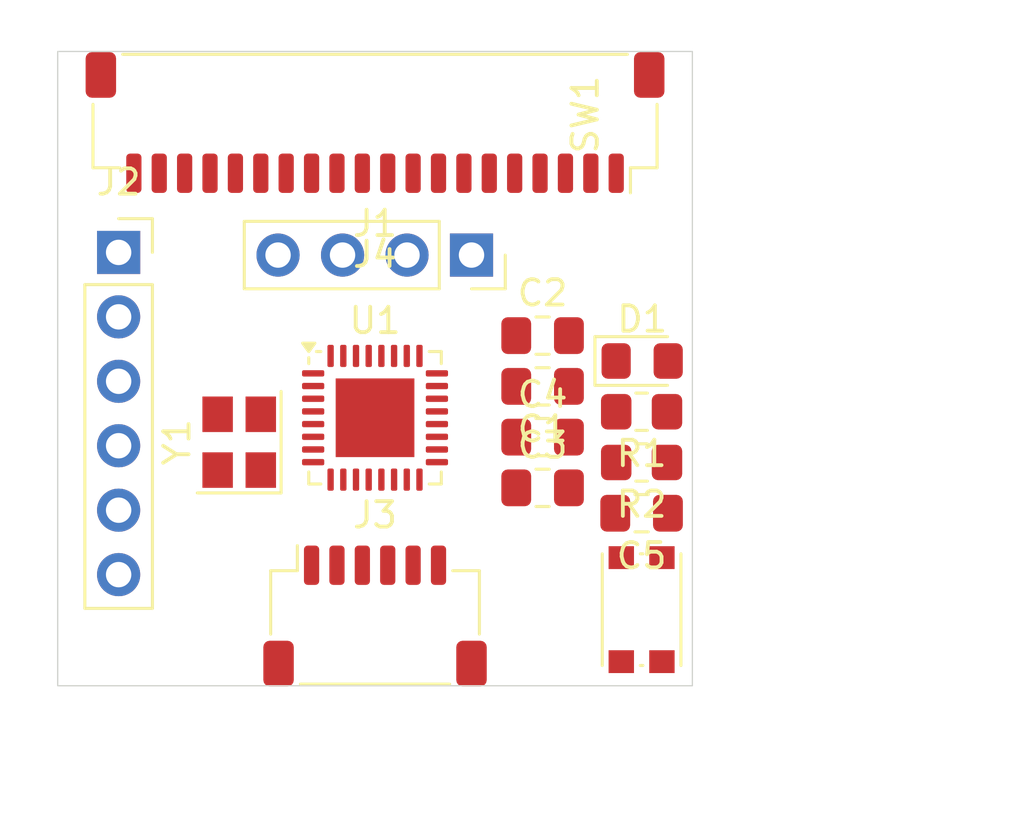
<source format=kicad_pcb>
(kicad_pcb (version 20240108) (generator "pcbnew") (generator_version "8.0")
  (layers (0 "F.Cu" signal) (31 "B.Cu" signal) (34 "B.Paste" user) (35 "F.Paste" user) (36 "B.SilkS" user "B.Silkscreen") (37 "F.SilkS" user "F.Silkscreen") (38 "B.Mask" user) (39 "F.Mask" user) (44 "Edge.Cuts" user))
  (net 0 "")
  (net 1 "GND")
  (net 2 "Net-(U1-XTAL1{slash}PB6)")
  (net 3 "Net-(U1-XTAL2{slash}PB7)")
  (net 4 "DTR")
  (net 5 "/RESET")
  (net 6 "Net-(U1-AREF)")
  (net 7 "Net-(D1-A)")
  (net 8 "VCC")
  (net 9 "SCK")
  (net 10 "SCL")
  (net 11 "TXO")
  (net 12 "MOSI")
  (net 13 "D8")
  (net 14 "RXI")
  (net 15 "A3")
  (net 16 "MISO")
  (net 17 "A2")
  (net 18 "A0")
  (net 19 "D10")
  (net 20 "D5")
  (net 21 "D2")
  (net 22 "D6")
  (net 23 "A1")
  (net 24 "A6")
  (net 25 "D4")
  (net 26 "D7")
  (net 27 "SDA")
  (net 28 "D3")
  (net 29 "D9")
  (net 30 "A7")
  (footprint "Connector_JST:JST_SH_SM06B-SRSS-TB_1x06-1MP_P1.00mm_Horizontal" (layer "F.Cu") (at 170 102.25)
    (property "Reference" "J3" (at 0 -3.98 0) (layer "F.SilkS"))
    (property "Value" "PWM CHANNELS")
    (fp_line (start -4.11 -1.785) (end -3.06 -1.785) (stroke (width 0.12)) (layer "F.SilkS"))
    (fp_line (start -4.11 0.715) (end -4.11 -1.785) (stroke (width 0.12)) (layer "F.SilkS"))
    (fp_line (start -3.06 -1.785) (end -3.06 -2.775) (stroke (width 0.12)) (layer "F.SilkS"))
    (fp_line (start -2.94 2.685) (end 2.94 2.685) (stroke (width 0.12)) (layer "F.SilkS"))
    (fp_line (start 4.11 -1.785) (end 3.06 -1.785) (stroke (width 0.12)) (layer "F.SilkS"))
    (fp_line (start 4.11 0.715) (end 4.11 -1.785) (stroke (width 0.12)) (layer "F.SilkS"))
    (pad "1" smd roundrect (at -2.5 -2) (size 0.6 1.55) (layers "F.Cu" "F.Paste" "F.Mask") (net 19 "D10"))
    (pad "2" smd roundrect (at -1.5 -2) (size 0.6 1.55) (layers "F.Cu" "F.Paste" "F.Mask") (net 29 "D9"))
    (pad "3" smd roundrect (at -0.5 -2) (size 0.6 1.55) (layers "F.Cu" "F.Paste" "F.Mask") (net 22 "D6"))
    (pad "4" smd roundrect (at 0.5 -2) (size 0.6 1.55) (layers "F.Cu" "F.Paste" "F.Mask") (net 20 "D5"))
    (pad "5" smd roundrect (at 1.5 -2) (size 0.6 1.55) (layers "F.Cu" "F.Paste" "F.Mask") (net 12 "MOSI"))
    (pad "6" smd roundrect (at 2.5 -2) (size 0.6 1.55) (layers "F.Cu" "F.Paste" "F.Mask") (net 28 "D3"))
    (pad "MP" smd roundrect (at -3.8 1.875) (size 1.2 1.8) (layers "F.Cu" "F.Paste" "F.Mask") (roundrect_rratio 0.208333))
    (pad "MP" smd roundrect (at 3.8 1.875) (size 1.2 1.8) (layers "F.Cu" "F.Paste" "F.Mask") (roundrect_rratio 0.208333))
  )
  (footprint "Resistor_SMD:R_0805_2012Metric_Pad1.20x1.40mm_HandSolder" (layer "F.Cu") (at 180.5 96.2 180)
    (property "Reference" "R2" (at 0 -1.65 360) (layer "F.SilkS"))
    (property "Value" "R")
    (fp_line (start -0.227064 0.735) (end 0.227064 0.735) (stroke (width 0.12)) (layer "F.SilkS"))
    (fp_line (start -0.227064 -0.735) (end 0.227064 -0.735) (stroke (width 0.12)) (layer "F.SilkS"))
    (pad "1" smd roundrect (at -1 0 180) (size 1.2 1.4) (layers "F.Cu" "F.Paste" "F.Mask") (roundrect_rratio 0.208333) (net 8 "VCC"))
    (pad "2" smd roundrect (at 1 0 180) (size 1.2 1.4) (layers "F.Cu" "F.Paste" "F.Mask") (roundrect_rratio 0.208333) (net 5 "/RESET"))
  )
  (footprint "LED_SMD:LED_0805_2012Metric_Pad1.15x1.40mm_HandSolder" (layer "F.Cu") (at 180.5225 92.2)
    (property "Reference" "D1" (at 0 -1.65 360) (layer "F.SilkS"))
    (property "Value" "LED")
    (fp_line (start -1.86 -0.96) (end -1.86 0.96) (stroke (width 0.12)) (layer "F.SilkS"))
    (fp_line (start -1.86 0.96) (end 1 0.96) (stroke (width 0.12)) (layer "F.SilkS"))
    (fp_line (start 1 -0.96) (end -1.86 -0.96) (stroke (width 0.12)) (layer "F.SilkS"))
    (pad "1" smd roundrect (at -1.025 0) (size 1.15 1.4) (layers "F.Cu" "F.Paste" "F.Mask") (roundrect_rratio 0.217391) (net 1 "GND"))
    (pad "2" smd roundrect (at 1.025 0) (size 1.15 1.4) (layers "F.Cu" "F.Paste" "F.Mask") (roundrect_rratio 0.217391) (net 7 "Net-(D1-A)"))
  )
  (footprint "Connector_JST2:JST_SH_SM20B-SRSS-TB_1x20-1MP_P1.00mm_Horizontal" (layer "F.Cu") (at 170 82.8 180)
    (property "Reference" "J1" (at 0 -3.98 0) (layer "F.SilkS"))
    (property "Value" "Conn_01x20_Socket")
    (fp_line (start 11.11 0.715) (end 11.11 -1.785) (stroke (width 0.12)) (layer "F.SilkS"))
    (fp_line (start 11.11 -1.785) (end 10.06 -1.785) (stroke (width 0.12)) (layer "F.SilkS"))
    (fp_line (start -9.94 2.685) (end 9.94 2.685) (stroke (width 0.12)) (layer "F.SilkS"))
    (fp_line (start -10.06 -1.785) (end -10.06 -2.775) (stroke (width 0.12)) (layer "F.SilkS"))
    (fp_line (start -11.11 0.715) (end -11.11 -1.785) (stroke (width 0.12)) (layer "F.SilkS"))
    (fp_line (start -11.11 -1.785) (end -10.06 -1.785) (stroke (width 0.12)) (layer "F.SilkS"))
    (pad "1" smd roundrect (at -9.5 -2 180) (size 0.6 1.55) (layers "F.Cu" "F.Paste" "F.Mask") (net 30 "A7"))
    (pad "2" smd roundrect (at -8.5 -2 180) (size 0.6 1.55) (layers "F.Cu" "F.Paste" "F.Mask") (net 24 "A6"))
    (pad "3" smd roundrect (at -7.5 -2 180) (size 0.6 1.55) (layers "F.Cu" "F.Paste" "F.Mask") (net 10 "SCL"))
    (pad "4" smd roundrect (at -6.5 -2 180) (size 0.6 1.55) (layers "F.Cu" "F.Paste" "F.Mask") (net 27 "SDA"))
    (pad "5" smd roundrect (at -5.5 -2 180) (size 0.6 1.55) (layers "F.Cu" "F.Paste" "F.Mask") (net 15 "A3"))
    (pad "6" smd roundrect (at -4.5 -2 180) (size 0.6 1.55) (layers "F.Cu" "F.Paste" "F.Mask") (net 17 "A2"))
    (pad "7" smd roundrect (at -3.5 -2 180) (size 0.6 1.55) (layers "F.Cu" "F.Paste" "F.Mask") (net 23 "A1"))
    (pad "8" smd roundrect (at -2.5 -2 180) (size 0.6 1.55) (layers "F.Cu" "F.Paste" "F.Mask") (net 18 "A0"))
    (pad "9" smd roundrect (at -1.5 -2 180) (size 0.6 1.55) (layers "F.Cu" "F.Paste" "F.Mask") (net 12 "MOSI"))
    (pad "10" smd roundrect (at -0.5 -2 180) (size 0.6 1.55) (layers "F.Cu" "F.Paste" "F.Mask") (net 19 "D10"))
    (pad "11" smd roundrect (at 0.5 -2 180) (size 0.6 1.55) (layers "F.Cu" "F.Paste" "F.Mask") (net 29 "D9"))
    (pad "12" smd roundrect (at 1.5 -2 180) (size 0.6 1.55) (layers "F.Cu" "F.Paste" "F.Mask") (net 13 "D8"))
    (pad "13" smd roundrect (at 2.5 -2 180) (size 0.6 1.55) (layers "F.Cu" "F.Paste" "F.Mask") (net 26 "D7"))
    (pad "14" smd roundrect (at 3.5 -2 180) (size 0.6 1.55) (layers "F.Cu" "F.Paste" "F.Mask") (net 22 "D6"))
    (pad "15" smd roundrect (at 4.5 -2 180) (size 0.6 1.55) (layers "F.Cu" "F.Paste" "F.Mask") (net 20 "D5"))
    (pad "16" smd roundrect (at 5.5 -2 180) (size 0.6 1.55) (layers "F.Cu" "F.Paste" "F.Mask") (net 25 "D4"))
    (pad "17" smd roundrect (at 6.5 -2 180) (size 0.6 1.55) (layers "F.Cu" "F.Paste" "F.Mask") (net 28 "D3"))
    (pad "18" smd roundrect (at 7.5 -2 180) (size 0.6 1.55) (layers "F.Cu" "F.Paste" "F.Mask") (net 21 "D2"))
    (pad "19" smd roundrect (at 8.5 -2 180) (size 0.6 1.55) (layers "F.Cu" "F.Paste" "F.Mask") (net 11 "TXO"))
    (pad "20" smd roundrect (at 9.5 -2 180) (size 0.6 1.55) (layers "F.Cu" "F.Paste" "F.Mask") (net 14 "RXI"))
    (pad "MP" smd roundrect (at -10.8 1.875 180) (size 1.2 1.8) (layers "F.Cu" "F.Paste" "F.Mask") (roundrect_rratio 0.208333))
    (pad "MP" smd roundrect (at 10.8 1.875 180) (size 1.2 1.8) (layers "F.Cu" "F.Paste" "F.Mask") (roundrect_rratio 0.208333))
  )
  (footprint "Connector_PinSocket_2.54mm:PinSocket_1x04_P2.54mm_Vertical" (layer "F.Cu") (at 173.8 88.025 -90)
    (property "Reference" "J4" (at -0.025 3.8 180) (layer "F.SilkS"))
    (property "Value" "OLED SCREEN")
    (fp_line (start -1.33 8.95) (end 1.33 8.95) (stroke (width 0.12)) (layer "F.SilkS"))
    (fp_line (start -1.33 1.27) (end -1.33 8.95) (stroke (width 0.12)) (layer "F.SilkS"))
    (fp_line (start -1.33 1.27) (end 1.33 1.27) (stroke (width 0.12)) (layer "F.SilkS"))
    (fp_line (start 1.33 1.27) (end 1.33 8.95) (stroke (width 0.12)) (layer "F.SilkS"))
    (fp_line (start 0 -1.33) (end 1.33 -1.33) (stroke (width 0.12)) (layer "F.SilkS"))
    (fp_line (start 1.33 -1.33) (end 1.33 0) (stroke (width 0.12)) (layer "F.SilkS"))
    (pad "1" thru_hole rect (at 0 0 270) (size 1.7 1.7) (drill 1) (layers "*.Cu" "*.Mask") (net 27 "SDA"))
    (pad "2" thru_hole oval (at 0 2.54 270) (size 1.7 1.7) (drill 1) (layers "*.Cu" "*.Mask") (net 10 "SCL"))
    (pad "3" thru_hole oval (at 0 5.08 270) (size 1.7 1.7) (drill 1) (layers "*.Cu" "*.Mask") (net 8 "VCC"))
    (pad "4" thru_hole oval (at 0 7.62 270) (size 1.7 1.7) (drill 1) (layers "*.Cu" "*.Mask") (net 1 "GND"))
  )
  (footprint "Capacitor_SMD:C_0805_2012Metric_Pad1.18x1.45mm_HandSolder" (layer "F.Cu") (at 176.6 93.2 180)
    (property "Reference" "C1" (at 0 -1.68 360) (layer "F.SilkS"))
    (property "Value" "C")
    (fp_line (start -0.261252 0.735) (end 0.261252 0.735) (stroke (width 0.12)) (layer "F.SilkS"))
    (fp_line (start -0.261252 -0.735) (end 0.261252 -0.735) (stroke (width 0.12)) (layer "F.SilkS"))
    (pad "1" smd roundrect (at -1.0375 0 180) (size 1.175 1.45) (layers "F.Cu" "F.Paste" "F.Mask") (roundrect_rratio 0.212766) (net 1 "GND"))
    (pad "2" smd roundrect (at 1.0375 0 180) (size 1.175 1.45) (layers "F.Cu" "F.Paste" "F.Mask") (roundrect_rratio 0.212766) (net 6 "Net-(U1-AREF)"))
  )
  (footprint "Capacitor_SMD:C_0805_2012Metric_Pad1.18x1.45mm_HandSolder" (layer "F.Cu") (at 176.6 91.2)
    (property "Reference" "C2" (at 0 -1.68 0) (layer "F.SilkS"))
    (property "Value" "C")
    (fp_line (start -0.261252 -0.735) (end 0.261252 -0.735) (stroke (width 0.12)) (layer "F.SilkS"))
    (fp_line (start -0.261252 0.735) (end 0.261252 0.735) (stroke (width 0.12)) (layer "F.SilkS"))
    (pad "1" smd roundrect (at -1.0375 0) (size 1.175 1.45) (layers "F.Cu" "F.Paste" "F.Mask") (roundrect_rratio 0.212766) (net 5 "/RESET"))
    (pad "2" smd roundrect (at 1.0375 0) (size 1.175 1.45) (layers "F.Cu" "F.Paste" "F.Mask") (roundrect_rratio 0.212766) (net 4 "DTR"))
  )
  (footprint "Connector_PinSocket_2.54mm:PinSocket_1x06_P2.54mm_Vertical" (layer "F.Cu") (at 159.9 87.92)
    (property "Reference" "J2" (at 0 -2.77 0) (layer "F.SilkS"))
    (property "Value" "Programmer")
    (fp_line (start -1.33 1.27) (end -1.33 14.03) (stroke (width 0.12)) (layer "F.SilkS"))
    (fp_line (start -1.33 1.27) (end 1.33 1.27) (stroke (width 0.12)) (layer "F.SilkS"))
    (fp_line (start -1.33 14.03) (end 1.33 14.03) (stroke (width 0.12)) (layer "F.SilkS"))
    (fp_line (start 0 -1.33) (end 1.33 -1.33) (stroke (width 0.12)) (layer "F.SilkS"))
    (fp_line (start 1.33 -1.33) (end 1.33 0) (stroke (width 0.12)) (layer "F.SilkS"))
    (fp_line (start 1.33 1.27) (end 1.33 14.03) (stroke (width 0.12)) (layer "F.SilkS"))
    (pad "1" thru_hole rect (at 0 0) (size 1.7 1.7) (drill 1) (layers "*.Cu" "*.Mask") (net 4 "DTR"))
    (pad "2" thru_hole oval (at 0 2.54) (size 1.7 1.7) (drill 1) (layers "*.Cu" "*.Mask") (net 11 "TXO"))
    (pad "3" thru_hole oval (at 0 5.08) (size 1.7 1.7) (drill 1) (layers "*.Cu" "*.Mask") (net 14 "RXI"))
    (pad "4" thru_hole oval (at 0 7.62) (size 1.7 1.7) (drill 1) (layers "*.Cu" "*.Mask") (net 8 "VCC"))
    (pad "5" thru_hole oval (at 0 10.16) (size 1.7 1.7) (drill 1) (layers "*.Cu" "*.Mask") (net 1 "GND"))
    (pad "6" thru_hole oval (at 0 12.7) (size 1.7 1.7) (drill 1) (layers "*.Cu" "*.Mask") (net 1 "GND"))
  )
  (footprint "Capacitor_SMD:C_0805_2012Metric_Pad1.18x1.45mm_HandSolder" (layer "F.Cu") (at 176.6 97.2)
    (property "Reference" "C3" (at 0 -1.68 0) (layer "F.SilkS"))
    (property "Value" "C")
    (fp_line (start -0.261252 -0.735) (end 0.261252 -0.735) (stroke (width 0.12)) (layer "F.SilkS"))
    (fp_line (start -0.261252 0.735) (end 0.261252 0.735) (stroke (width 0.12)) (layer "F.SilkS"))
    (pad "1" smd roundrect (at -1.0375 0) (size 1.175 1.45) (layers "F.Cu" "F.Paste" "F.Mask") (roundrect_rratio 0.212766) (net 2 "Net-(U1-XTAL1{slash}PB6)"))
    (pad "2" smd roundrect (at 1.0375 0) (size 1.175 1.45) (layers "F.Cu" "F.Paste" "F.Mask") (roundrect_rratio 0.212766) (net 1 "GND"))
  )
  (footprint "Package_DFN_QFN:QFN-32-1EP_5x5mm_P0.5mm_EP3.1x3.1mm" (layer "F.Cu") (at 170 94.4375)
    (property "Reference" "U1" (at 0 -3.83 0) (layer "F.SilkS"))
    (property "Value" "ATmega328P-M")
    (fp_line (start -2.61 -2.135) (end -2.61 -2.37) (stroke (width 0.12)) (layer "F.SilkS"))
    (fp_line (start -2.61 2.61) (end -2.61 2.135) (stroke (width 0.12)) (layer "F.SilkS"))
    (fp_line (start -2.135 -2.61) (end -2.31 -2.61) (stroke (width 0.12)) (layer "F.SilkS"))
    (fp_line (start -2.135 2.61) (end -2.61 2.61) (stroke (width 0.12)) (layer "F.SilkS"))
    (fp_line (start 2.135 -2.61) (end 2.61 -2.61) (stroke (width 0.12)) (layer "F.SilkS"))
    (fp_line (start 2.135 2.61) (end 2.61 2.61) (stroke (width 0.12)) (layer "F.SilkS"))
    (fp_line (start 2.61 -2.61) (end 2.61 -2.135) (stroke (width 0.12)) (layer "F.SilkS"))
    (fp_line (start 2.61 2.61) (end 2.61 2.135) (stroke (width 0.12)) (layer "F.SilkS"))
    (fp_poly (pts (xy -2.61 -2.61) (xy -2.85 -2.94) (xy -2.37 -2.94) (xy -2.61 -2.61)) (stroke (width 0.12)) (fill solid) (layer "F.SilkS"))
    (pad "1" smd roundrect (at -2.4375 -1.75) (size 0.875 0.25) (layers "F.Cu" "F.Paste" "F.Mask") (net 28 "D3"))
    (pad "2" smd roundrect (at -2.4375 -1.25) (size 0.875 0.25) (layers "F.Cu" "F.Paste" "F.Mask") (net 25 "D4"))
    (pad "3" smd roundrect (at -2.4375 -0.75) (size 0.875 0.25) (layers "F.Cu" "F.Paste" "F.Mask") (net 1 "GND"))
    (pad "4" smd roundrect (at -2.4375 -0.25) (size 0.875 0.25) (layers "F.Cu" "F.Paste" "F.Mask") (net 8 "VCC"))
    (pad "5" smd roundrect (at -2.4375 0.25) (size 0.875 0.25) (layers "F.Cu" "F.Paste" "F.Mask") (net 1 "GND"))
    (pad "6" smd roundrect (at -2.4375 0.75) (size 0.875 0.25) (layers "F.Cu" "F.Paste" "F.Mask") (net 8 "VCC"))
    (pad "7" smd roundrect (at -2.4375 1.25) (size 0.875 0.25) (layers "F.Cu" "F.Paste" "F.Mask") (net 2 "Net-(U1-XTAL1{slash}PB6)"))
    (pad "8" smd roundrect (at -2.4375 1.75) (size 0.875 0.25) (layers "F.Cu" "F.Paste" "F.Mask") (net 3 "Net-(U1-XTAL2{slash}PB7)"))
    (pad "9" smd roundrect (at -1.75 2.4375) (size 0.25 0.875) (layers "F.Cu" "F.Paste" "F.Mask") (net 20 "D5"))
    (pad "10" smd roundrect (at -1.25 2.4375) (size 0.25 0.875) (layers "F.Cu" "F.Paste" "F.Mask") (net 22 "D6"))
    (pad "11" smd roundrect (at -0.75 2.4375) (size 0.25 0.875) (layers "F.Cu" "F.Paste" "F.Mask") (net 26 "D7"))
    (pad "12" smd roundrect (at -0.25 2.4375) (size 0.25 0.875) (layers "F.Cu" "F.Paste" "F.Mask") (net 13 "D8"))
    (pad "13" smd roundrect (at 0.25 2.4375) (size 0.25 0.875) (layers "F.Cu" "F.Paste" "F.Mask") (net 29 "D9"))
    (pad "14" smd roundrect (at 0.75 2.4375) (size 0.25 0.875) (layers "F.Cu" "F.Paste" "F.Mask") (net 19 "D10"))
    (pad "15" smd roundrect (at 1.25 2.4375) (size 0.25 0.875) (layers "F.Cu" "F.Paste" "F.Mask") (net 12 "MOSI"))
    (pad "16" smd roundrect (at 1.75 2.4375) (size 0.25 0.875) (layers "F.Cu" "F.Paste" "F.Mask") (net 16 "MISO"))
    (pad "17" smd roundrect (at 2.4375 1.75) (size 0.875 0.25) (layers "F.Cu" "F.Paste" "F.Mask") (net 9 "SCK"))
    (pad "18" smd roundrect (at 2.4375 1.25) (size 0.875 0.25) (layers "F.Cu" "F.Paste" "F.Mask") (net 8 "VCC"))
    (pad "19" smd roundrect (at 2.4375 0.75) (size 0.875 0.25) (layers "F.Cu" "F.Paste" "F.Mask"))
    (pad "20" smd roundrect (at 2.4375 0.25) (size 0.875 0.25) (layers "F.Cu" "F.Paste" "F.Mask") (net 6 "Net-(U1-AREF)"))
    (pad "21" smd roundrect (at 2.4375 -0.25) (size 0.875 0.25) (layers "F.Cu" "F.Paste" "F.Mask") (net 1 "GND"))
    (pad "22" smd roundrect (at 2.4375 -0.75) (size 0.875 0.25) (layers "F.Cu" "F.Paste" "F.Mask"))
    (pad "23" smd roundrect (at 2.4375 -1.25) (size 0.875 0.25) (layers "F.Cu" "F.Paste" "F.Mask") (net 18 "A0"))
    (pad "24" smd roundrect (at 2.4375 -1.75) (size 0.875 0.25) (layers "F.Cu" "F.Paste" "F.Mask") (net 23 "A1"))
    (pad "25" smd roundrect (at 1.75 -2.4375) (size 0.25 0.875) (layers "F.Cu" "F.Paste" "F.Mask") (net 17 "A2"))
    (pad "26" smd roundrect (at 1.25 -2.4375) (size 0.25 0.875) (layers "F.Cu" "F.Paste" "F.Mask") (net 15 "A3"))
    (pad "27" smd roundrect (at 0.75 -2.4375) (size 0.25 0.875) (layers "F.Cu" "F.Paste" "F.Mask") (net 27 "SDA"))
    (pad "28" smd roundrect (at 0.25 -2.4375) (size 0.25 0.875) (layers "F.Cu" "F.Paste" "F.Mask") (net 10 "SCL"))
    (pad "29" smd roundrect (at -0.25 -2.4375) (size 0.25 0.875) (layers "F.Cu" "F.Paste" "F.Mask") (net 5 "/RESET"))
    (pad "30" smd roundrect (at -0.75 -2.4375) (size 0.25 0.875) (layers "F.Cu" "F.Paste" "F.Mask") (net 14 "RXI"))
    (pad "31" smd roundrect (at -1.25 -2.4375) (size 0.25 0.875) (layers "F.Cu" "F.Paste" "F.Mask") (net 11 "TXO"))
    (pad "32" smd roundrect (at -1.75 -2.4375) (size 0.25 0.875) (layers "F.Cu" "F.Paste" "F.Mask") (net 21 "D2"))
    (pad "33" smd rect (at 0 0) (size 3.1 3.1) (property pad_prop_heatsink) (layers "F.Cu" "F.Mask") (net 1 "GND"))
  )
  (footprint "Crystal:Crystal_SMD_3225-4Pin_3.2x2.5mm" (layer "F.Cu") (at 164.65 95.4 90)
    (property "Reference" "Y1" (at 0 -2.45 90) (layer "F.SilkS"))
    (property "Value" "16MHz")
    (fp_line (start -2 -1.65) (end -2 1.65) (stroke (width 0.12)) (layer "F.SilkS"))
    (fp_line (start -2 1.65) (end 2 1.65) (stroke (width 0.12)) (layer "F.SilkS"))
    (pad "1" smd rect (at -1.1 0.85 90) (size 1.4 1.2) (layers "F.Cu" "F.Paste" "F.Mask") (net 3 "Net-(U1-XTAL2{slash}PB7)"))
    (pad "2" smd rect (at 1.1 0.85 90) (size 1.4 1.2) (layers "F.Cu" "F.Paste" "F.Mask") (net 2 "Net-(U1-XTAL1{slash}PB6)"))
    (pad "3" smd rect (at 1.1 -0.85 90) (size 1.4 1.2) (layers "F.Cu" "F.Paste" "F.Mask"))
    (pad "4" smd rect (at -1.1 -0.85 90) (size 1.4 1.2) (layers "F.Cu" "F.Paste" "F.Mask"))
  )
  (footprint "Button_Switch_SMD:SW_Push_1P1T_NO_CK_KMR2" (layer "F.Cu") (at 180.5 102 90)
    (property "Reference" "SW1" (at 19.5125 -2.22 90) (layer "F.SilkS"))
    (property "Value" "SW_SPST")
    (fp_line (start 2.2 -1.55) (end -2.2 -1.55) (stroke (width 0.12)) (layer "F.SilkS"))
    (fp_line (start 2.2 0.05) (end 2.2 -0.05) (stroke (width 0.12)) (layer "F.SilkS"))
    (fp_line (start -2.2 0.05) (end -2.2 -0.05) (stroke (width 0.12)) (layer "F.SilkS"))
    (fp_line (start -2.2 1.55) (end 2.2 1.55) (stroke (width 0.12)) (layer "F.SilkS"))
    (pad "1" smd rect (at -2.05 -0.8 90) (size 0.9 1) (layers "F.Cu" "F.Paste" "F.Mask") (net 1 "GND"))
    (pad "1" smd rect (at 2.05 -0.8 90) (size 0.9 1) (layers "F.Cu" "F.Paste" "F.Mask") (net 1 "GND"))
    (pad "2" smd rect (at -2.05 0.8 90) (size 0.9 1) (layers "F.Cu" "F.Paste" "F.Mask") (net 5 "/RESET"))
    (pad "2" smd rect (at 2.05 0.8 90) (size 0.9 1) (layers "F.Cu" "F.Paste" "F.Mask") (net 5 "/RESET"))
  )
  (footprint "Capacitor_SMD:C_0805_2012Metric_Pad1.18x1.45mm_HandSolder" (layer "F.Cu") (at 180.5 98.2 180)
    (property "Reference" "C5" (at 0 -1.68 360) (layer "F.SilkS"))
    (property "Value" "C")
    (fp_line (start -0.261252 0.735) (end 0.261252 0.735) (stroke (width 0.12)) (layer "F.SilkS"))
    (fp_line (start -0.261252 -0.735) (end 0.261252 -0.735) (stroke (width 0.12)) (layer "F.SilkS"))
    (pad "1" smd roundrect (at -1.0375 0 180) (size 1.175 1.45) (layers "F.Cu" "F.Paste" "F.Mask") (roundrect_rratio 0.212766) (net 8 "VCC"))
    (pad "2" smd roundrect (at 1.0375 0 180) (size 1.175 1.45) (layers "F.Cu" "F.Paste" "F.Mask") (roundrect_rratio 0.212766) (net 1 "GND"))
  )
  (footprint "Resistor_SMD:R_0805_2012Metric_Pad1.20x1.40mm_HandSolder" (layer "F.Cu") (at 180.5 94.2 180)
    (property "Reference" "R1" (at 0 -1.65 360) (layer "F.SilkS"))
    (property "Value" "R")
    (fp_line (start -0.227064 0.735) (end 0.227064 0.735) (stroke (width 0.12)) (layer "F.SilkS"))
    (fp_line (start -0.227064 -0.735) (end 0.227064 -0.735) (stroke (width 0.12)) (layer "F.SilkS"))
    (pad "1" smd roundrect (at -1 0 180) (size 1.2 1.4) (layers "F.Cu" "F.Paste" "F.Mask") (roundrect_rratio 0.208333) (net 7 "Net-(D1-A)"))
    (pad "2" smd roundrect (at 1 0 180) (size 1.2 1.4) (layers "F.Cu" "F.Paste" "F.Mask") (roundrect_rratio 0.208333) (net 9 "SCK"))
  )
  (footprint "Capacitor_SMD:C_0805_2012Metric_Pad1.18x1.45mm_HandSolder" (layer "F.Cu") (at 176.6 95.2)
    (property "Reference" "C4" (at 0 -1.68 0) (layer "F.SilkS"))
    (property "Value" "C")
    (fp_line (start -0.261252 -0.735) (end 0.261252 -0.735) (stroke (width 0.12)) (layer "F.SilkS"))
    (fp_line (start -0.261252 0.735) (end 0.261252 0.735) (stroke (width 0.12)) (layer "F.SilkS"))
    (pad "1" smd roundrect (at -1.0375 0) (size 1.175 1.45) (layers "F.Cu" "F.Paste" "F.Mask") (roundrect_rratio 0.212766) (net 3 "Net-(U1-XTAL2{slash}PB7)"))
    (pad "2" smd roundrect (at 1.0375 0) (size 1.175 1.45) (layers "F.Cu" "F.Paste" "F.Mask") (roundrect_rratio 0.212766) (net 1 "GND"))
  )
  (gr_rect (start 157.5 80) (end 182.5 105) (stroke (width 0.05)) (fill none) (layer "Edge.Cuts"))
)
</source>
